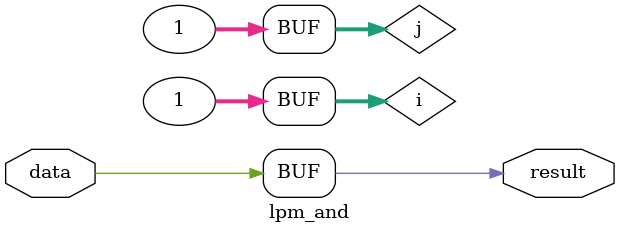
<source format=v>

module lpm_and( 
   result, 
   data
);

// synopsys template
// synopsys template
// synopsys template
// synopsys template
parameter lpm_type  = "lpm_and",
          lpm_width = 1,
          lpm_size  = 1,
          lpm_hint  = "UNUSED";

// Internal Declarations

output [lpm_width-1:0]              result;
input  [(lpm_size * lpm_width)-1:0] data;


reg [lpm_width-1:0] result;
wire [(lpm_size * lpm_width)-1:0] data;

	integer i, j, k;

	always @(data)
	begin
		for (i=0; i<lpm_width; i=i+1)
		begin
			result[i] = data[i];
			for (j=1; j<lpm_size; j=j+1)
			begin
				k = j * lpm_width + i;
				result[i] = result[i] & data[k];
			end
		end
	end

endmodule
// lpm_and



</source>
